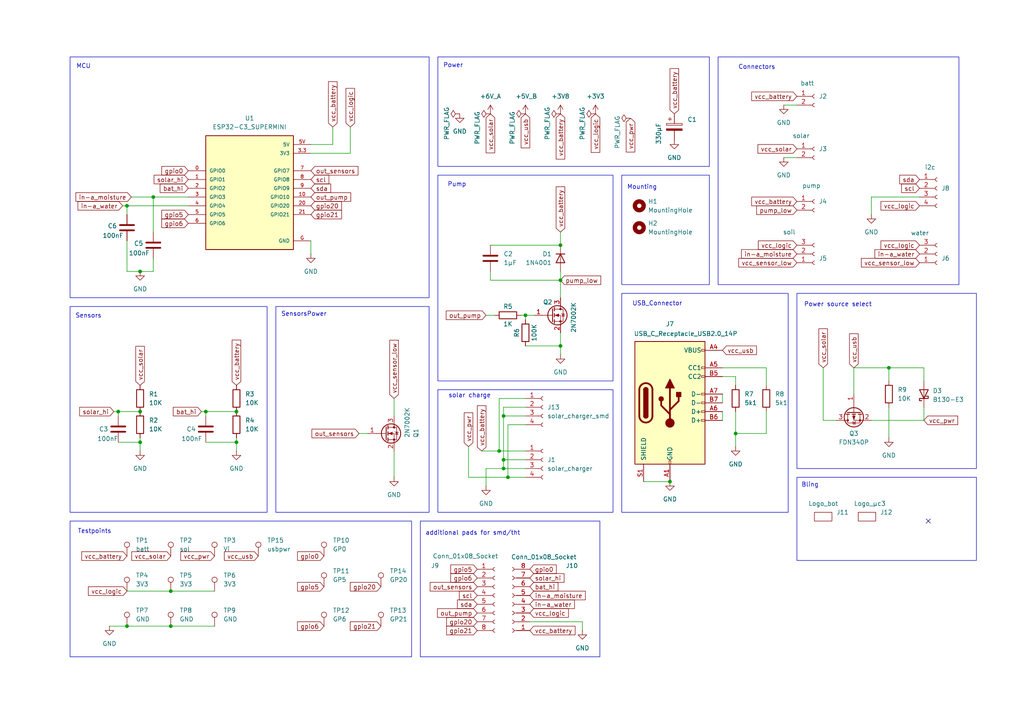
<source format=kicad_sch>
(kicad_sch (version 20231120) (generator "eeschema") (generator_version "8.0")
  (paper "A4")
  (lib_symbols
    (symbol "Connector:Conn_01x02_Socket" (pin_names (offset 1.016) hide)
      (property "Reference" "J" (at 0 2.54 0))
      (property "Value" "Conn_01x02_Socket" (at 0 -5.08 0))
      (symbol "Conn_01x02_Socket_1_1"
        (pin passive line (at -5.08 0 0) (length 3.81) (name "Pin_1") (number "1"))
        (pin passive line (at -5.08 -2.54 0) (length 3.81) (name "Pin_2") (number "2"))
      )
    )
    (symbol "Connector:Conn_01x03_Socket" (pin_names (offset 1.016) hide)
      (property "Reference" "J" (at 0 5.08 0))
      (property "Value" "Conn_01x03_Socket" (at 0 -5.08 0))
      (symbol "Conn_01x03_Socket_1_1"
        (pin passive line (at -5.08 2.54 0) (length 3.81) (name "Pin_1") (number "1"))
        (pin passive line (at -5.08 0 0) (length 3.81) (name "Pin_2") (number "2"))
        (pin passive line (at -5.08 -2.54 0) (length 3.81) (name "Pin_3") (number "3"))
      )
    )
    (symbol "Connector:Conn_01x04_Socket" (pin_names (offset 1.016) hide)
      (property "Reference" "J" (at 0 5.08 0))
      (property "Value" "Conn_01x04_Socket" (at 0 -7.62 0))
      (symbol "Conn_01x04_Socket_1_1"
        (pin passive line (at -5.08 2.54 0) (length 3.81) (name "Pin_1") (number "1"))
        (pin passive line (at -5.08 0 0) (length 3.81) (name "Pin_2") (number "2"))
        (pin passive line (at -5.08 -2.54 0) (length 3.81) (name "Pin_3") (number "3"))
        (pin passive line (at -5.08 -5.08 0) (length 3.81) (name "Pin_4") (number "4"))
      )
    )
    (symbol "Connector:Conn_01x08_Socket" (pin_names (offset 1.016) hide)
      (property "Reference" "J" (at 0 10.16 0))
      (property "Value" "Conn_01x08_Socket" (at 0 -12.7 0))
      (symbol "Conn_01x08_Socket_1_1"
        (pin passive line (at -5.08 7.62 0) (length 3.81) (name "Pin_1") (number "1"))
        (pin passive line (at -5.08 5.08 0) (length 3.81) (name "Pin_2") (number "2"))
        (pin passive line (at -5.08 2.54 0) (length 3.81) (name "Pin_3") (number "3"))
        (pin passive line (at -5.08 0 0) (length 3.81) (name "Pin_4") (number "4"))
        (pin passive line (at -5.08 -2.54 0) (length 3.81) (name "Pin_5") (number "5"))
        (pin passive line (at -5.08 -5.08 0) (length 3.81) (name "Pin_6") (number "6"))
        (pin passive line (at -5.08 -7.62 0) (length 3.81) (name "Pin_7") (number "7"))
        (pin passive line (at -5.08 -10.16 0) (length 3.81) (name "Pin_8") (number "8"))
      )
    )
    (symbol "Connector:TestPoint" (pin_numbers hide) (pin_names (offset 0.762) hide)
      (property "Reference" "TP" (at 0 6.858 0))
      (property "Value" "TestPoint" (at 0 5.08 0))
      (symbol "TestPoint_1_1"
        (pin passive line (at 0 0 90) (length 2.54) (name "1") (number "1"))
      )
    )
    (symbol "Connector:USB_C_Receptacle_USB2.0_14P" (pin_names (offset 1.016))
      (property "Reference" "J" (at 0 22.225 0))
      (property "Value" "USB_C_Receptacle_USB2.0_14P" (at 0 19.685 0))
      (symbol "USB_C_Receptacle_USB2.0_14P_1_1"
        (pin passive line (at 0 -22.86 90) (length 5.08) (name "GND") (number "A1"))
        (pin passive line (at 0 -22.86 90) (length 5.08) hide (name "GND") (number "A12"))
        (pin passive line (at 15.24 15.24 180) (length 5.08) (name "VBUS") (number "A4"))
        (pin bidirectional line (at 15.24 10.16 180) (length 5.08) (name "CC1") (number "A5"))
        (pin bidirectional line (at 15.24 -2.54 180) (length 5.08) (name "D+") (number "A6"))
        (pin bidirectional line (at 15.24 2.54 180) (length 5.08) (name "D-") (number "A7"))
        (pin passive line (at 15.24 15.24 180) (length 5.08) hide (name "VBUS") (number "A9"))
        (pin passive line (at 0 -22.86 90) (length 5.08) hide (name "GND") (number "B1"))
        (pin passive line (at 0 -22.86 90) (length 5.08) hide (name "GND") (number "B12"))
        (pin passive line (at 15.24 15.24 180) (length 5.08) hide (name "VBUS") (number "B4"))
        (pin bidirectional line (at 15.24 7.62 180) (length 5.08) (name "CC2") (number "B5"))
        (pin bidirectional line (at 15.24 -5.08 180) (length 5.08) (name "D+") (number "B6"))
        (pin bidirectional line (at 15.24 0 180) (length 5.08) (name "D-") (number "B7"))
        (pin passive line (at 15.24 15.24 180) (length 5.08) hide (name "VBUS") (number "B9"))
        (pin passive line (at -7.62 -22.86 90) (length 5.08) (name "SHIELD") (number "S1"))
      )
    )
    (symbol "Device:C" (pin_numbers hide) (pin_names (offset 0.254))
      (property "Reference" "C" (at 0.635 2.54 0))
      (property "Value" "C" (at 0.635 -2.54 0))
      (symbol "C_1_1"
        (pin passive line (at 0 3.81 270) (length 2.794) (name "~") (number "1"))
        (pin passive line (at 0 -3.81 90) (length 2.794) (name "~") (number "2"))
      )
    )
    (symbol "Device:C_Polarized" (pin_numbers hide) (pin_names (offset 0.254))
      (property "Reference" "C" (at 0.635 2.54 0))
      (property "Value" "C_Polarized" (at 0.635 -2.54 0))
      (symbol "C_Polarized_1_1"
        (pin passive line (at 0 3.81 270) (length 2.794) (name "~") (number "1"))
        (pin passive line (at 0 -3.81 90) (length 2.794) (name "~") (number "2"))
      )
    )
    (symbol "Device:R" (pin_numbers hide) (pin_names (offset 0))
      (property "Reference" "R" (at 2.032 0 90))
      (property "Value" "R" (at 0 0 90))
      (symbol "R_1_1"
        (pin passive line (at 0 3.81 270) (length 1.27) (name "~") (number "1"))
        (pin passive line (at 0 -3.81 90) (length 1.27) (name "~") (number "2"))
      )
    )
    (symbol "Diode:1N4001" (pin_numbers hide) (pin_names hide)
      (property "Reference" "D" (at 0 2.54 0))
      (property "Value" "1N4001" (at 0 -2.54 0))
      (symbol "1N4001_1_1"
        (pin passive line (at -3.81 0 0) (length 2.54) (name "K") (number "1"))
        (pin passive line (at 3.81 0 180) (length 2.54) (name "A") (number "2"))
      )
    )
    (symbol "Diode:B130-E3" (pin_numbers hide) (pin_names hide)
      (property "Reference" "D" (at 0 2.54 0))
      (property "Value" "B130-E3" (at 0 -2.54 0))
      (symbol "B130-E3_1_1"
        (pin passive line (at -3.81 0 0) (length 2.54) (name "K") (number "1"))
        (pin passive line (at 3.81 0 180) (length 2.54) (name "A") (number "2"))
      )
    )
    (symbol "Mechanical:MountingHole" (pin_names (offset 1.016)) (exclude_from_sim yes) (in_bom no)
      (property "Reference" "H" (at 0 5.08 0))
      (property "Value" "MountingHole" (at 0 3.175 0))
    )
    (symbol "Transistor_FET:2N7002E" (pin_names hide)
      (property "Reference" "Q" (at 5.08 1.905 0))
      (property "Value" "2N7002E" (at 5.08 0 0))
      (symbol "2N7002E_1_1"
        (pin input line (at -5.08 0 0) (length 2.54) (name "G") (number "1"))
        (pin passive line (at 2.54 -5.08 90) (length 2.54) (name "S") (number "2"))
        (pin passive line (at 2.54 5.08 270) (length 2.54) (name "D") (number "3"))
      )
    )
    (symbol "Transistor_FET:FDN340P" (pin_names hide)
      (property "Reference" "Q" (at 5.08 1.905 0))
      (property "Value" "FDN340P" (at 5.08 0 0))
      (symbol "FDN340P_1_1"
        (pin input line (at -5.08 0 0) (length 2.54) (name "G") (number "1"))
        (pin passive line (at 2.54 -5.08 90) (length 2.54) (name "S") (number "2"))
        (pin passive line (at 2.54 5.08 270) (length 2.54) (name "D") (number "3"))
      )
    )
    (symbol "esp32c3_supermini:ESP32-C3_SUPERMINI" (pin_names (offset 1.016))
      (property "Reference" "U" (at -12.7 16.002 0))
      (property "Value" "ESP32-C3_SUPERMINI" (at -12.7 -20.32 0))
      (symbol "ESP32-C3_SUPERMINI_0_0"
        (pin bidirectional line (at -17.78 5.08 0) (length 5.08) (name "GPIO0") (number "0"))
        (pin bidirectional line (at -17.78 2.54 0) (length 5.08) (name "GPIO1") (number "1"))
        (pin bidirectional line (at 17.78 -2.54 180) (length 5.08) (name "GPIO10") (number "10"))
        (pin bidirectional line (at -17.78 0 0) (length 5.08) (name "GPIO2") (number "2"))
        (pin bidirectional line (at 17.78 -5.08 180) (length 5.08) (name "GPIO20") (number "20"))
        (pin bidirectional line (at 17.78 -7.62 180) (length 5.08) (name "GPIO21") (number "21"))
        (pin bidirectional line (at -17.78 -2.54 0) (length 5.08) (name "GPIO3") (number "3"))
        (pin power_in line (at 17.78 10.16 180) (length 5.08) (name "3V3") (number "3.3"))
        (pin bidirectional line (at -17.78 -5.08 0) (length 5.08) (name "GPIO4") (number "4"))
        (pin bidirectional line (at -17.78 -7.62 0) (length 5.08) (name "GPIO5") (number "5"))
        (pin power_in line (at 17.78 12.7 180) (length 5.08) (name "5V") (number "5V"))
        (pin bidirectional line (at -17.78 -10.16 0) (length 5.08) (name "GPIO6") (number "6"))
        (pin bidirectional line (at 17.78 5.08 180) (length 5.08) (name "GPIO7") (number "7"))
        (pin bidirectional line (at 17.78 2.54 180) (length 5.08) (name "GPIO8") (number "8"))
        (pin bidirectional line (at 17.78 0 180) (length 5.08) (name "GPIO9") (number "9"))
        (pin power_in line (at 17.78 -15.24 180) (length 5.08) (name "GND") (number "G"))
      )
    )
    (symbol "logos:logo"
      (property "Reference" "LOGO" (at 0 0 0))
    )
    (symbol "power:+3V3" (power) (pin_numbers hide) (pin_names (offset 0) hide)
      (property "Value" "+3V3" (at 0 3.556 0))
      (symbol "+3V3_1_1"
        (pin power_in line (at 0 0 90) (length 0) (name "~") (number "1"))
      )
    )
    (symbol "power:+3V8" (power) (pin_numbers hide) (pin_names (offset 0) hide)
      (property "Value" "+3V8" (at 0 3.556 0))
      (symbol "+3V8_1_1"
        (pin power_in line (at 0 0 90) (length 0) (name "~") (number "1"))
      )
    )
    (symbol "power:+5V" (power) (pin_numbers hide) (pin_names (offset 0) hide)
      (property "Value" "+5V" (at 0 3.556 0))
      (symbol "+5V_1_1"
        (pin power_in line (at 0 0 90) (length 0) (name "~") (number "1"))
      )
    )
    (symbol "power:GND" (power) (pin_numbers hide) (pin_names (offset 0) hide)
      (property "Value" "GND" (at 0 -3.81 0))
      (symbol "GND_1_1"
        (pin power_in line (at 0 0 270) (length 0) (name "~") (number "1"))
      )
    )
    (symbol "power:PWR_FLAG" (power) (pin_numbers hide) (pin_names (offset 0) hide)
      (property "Value" "PWR_FLAG" (at 0 3.81 0))
      (symbol "PWR_FLAG_0_0"
        (pin power_out line (at 0 0 90) (length 0) (name "~") (number "1"))
      )
    )
  )
  (junction (at 49.53 181.61))
  (junction (at 162.56 81.28))
  (junction (at 146.05 120.65))
  (junction (at 162.56 71.12))
  (junction (at 162.56 100.33))
  (junction (at 194.31 139.7))
  (junction (at 257.81 106.68))
  (junction (at 34.29 119.38))
  (junction (at 146.05 135.89))
  (junction (at 147.32 138.43))
  (junction (at 68.58 128.27))
  (junction (at 44.45 57.15))
  (junction (at 36.83 181.61))
  (junction (at 49.53 171.45))
  (junction (at 213.36 125.73))
  (junction (at 40.64 128.27))
  (junction (at 59.69 119.38))
  (junction (at 40.64 119.38))
  (junction (at 40.64 78.74))
  (junction (at 144.78 130.81))
  (junction (at 146.05 133.35))
  (junction (at 36.83 59.69))
  (junction (at 152.4 91.44))
  (junction (at 68.58 119.38))
  (no_connect (at 269.24 151.13))
  (wire (pts (xy 31.75 181.61) (xy 36.83 181.61)))
  (wire (pts (xy 168.91 180.34) (xy 153.67 180.34)))
  (wire (pts (xy 209.55 119.38) (xy 209.55 121.92)))
  (wire (pts (xy 209.55 106.68) (xy 222.25 106.68)))
  (wire (pts (xy 44.45 78.74) (xy 40.64 78.74)))
  (wire (pts (xy 257.81 106.68) (xy 257.81 110.49)))
  (wire (pts (xy 36.83 59.69) (xy 54.61 59.69)))
  (wire (pts (xy 147.32 138.43) (xy 152.4 138.43)))
  (wire (pts (xy 44.45 57.15) (xy 54.61 57.15)))
  (wire (pts (xy 34.29 119.38) (xy 34.29 120.65)))
  (wire (pts (xy 252.73 121.92) (xy 267.97 121.92)))
  (wire (pts (xy 213.36 125.73) (xy 213.36 129.54)))
  (wire (pts (xy 96.52 41.91) (xy 90.17 41.91)))
  (wire (pts (xy 146.05 118.11) (xy 146.05 120.65)))
  (wire (pts (xy 59.69 119.38) (xy 58.42 119.38)))
  (wire (pts (xy 114.3 130.81) (xy 114.3 138.43)))
  (wire (pts (xy 34.29 119.38) (xy 33.02 119.38)))
  (wire (pts (xy 162.56 78.74) (xy 162.56 81.28)))
  (wire (pts (xy 68.58 119.38) (xy 59.69 119.38)))
  (wire (pts (xy 146.05 133.35) (xy 146.05 135.89)))
  (wire (pts (xy 252.73 62.23) (xy 252.73 57.15)))
  (wire (pts (xy 152.4 120.65) (xy 146.05 120.65)))
  (wire (pts (xy 162.56 81.28) (xy 142.24 81.28)))
  (wire (pts (xy 252.73 57.15) (xy 266.7 57.15)))
  (wire (pts (xy 162.56 96.52) (xy 162.56 100.33)))
  (wire (pts (xy 146.05 133.35) (xy 152.4 133.35)))
  (wire (pts (xy 257.81 106.68) (xy 247.65 106.68)))
  (wire (pts (xy 135.89 129.54) (xy 135.89 138.43)))
  (wire (pts (xy 186.69 139.7) (xy 194.31 139.7)))
  (wire (pts (xy 162.56 81.28) (xy 162.56 86.36)))
  (wire (pts (xy 40.64 78.74) (xy 36.83 78.74)))
  (wire (pts (xy 40.64 119.38) (xy 34.29 119.38)))
  (wire (pts (xy 152.4 115.57) (xy 144.78 115.57)))
  (wire (pts (xy 68.58 130.81) (xy 68.58 128.27)))
  (wire (pts (xy 213.36 109.22) (xy 209.55 109.22)))
  (wire (pts (xy 68.58 128.27) (xy 68.58 127)))
  (wire (pts (xy 90.17 69.85) (xy 90.17 73.66)))
  (wire (pts (xy 238.76 106.68) (xy 238.76 121.92)))
  (wire (pts (xy 36.83 171.45) (xy 49.53 171.45)))
  (wire (pts (xy 140.97 91.44) (xy 143.51 91.44)))
  (wire (pts (xy 140.97 135.89) (xy 146.05 135.89)))
  (wire (pts (xy 168.91 182.88) (xy 168.91 180.34)))
  (wire (pts (xy 38.1 57.15) (xy 44.45 57.15)))
  (wire (pts (xy 49.53 181.61) (xy 62.23 181.61)))
  (wire (pts (xy 59.69 119.38) (xy 59.69 120.65)))
  (wire (pts (xy 147.32 123.19) (xy 147.32 138.43)))
  (wire (pts (xy 59.69 128.27) (xy 68.58 128.27)))
  (wire (pts (xy 36.83 78.74) (xy 36.83 69.85)))
  (wire (pts (xy 151.13 91.44) (xy 152.4 91.44)))
  (wire (pts (xy 152.4 100.33) (xy 162.56 100.33)))
  (wire (pts (xy 267.97 106.68) (xy 267.97 110.49)))
  (wire (pts (xy 114.3 115.57) (xy 114.3 120.65)))
  (wire (pts (xy 135.89 138.43) (xy 147.32 138.43)))
  (wire (pts (xy 152.4 130.81) (xy 144.78 130.81)))
  (wire (pts (xy 222.25 119.38) (xy 222.25 125.73)))
  (wire (pts (xy 213.36 119.38) (xy 213.36 125.73)))
  (wire (pts (xy 104.14 125.73) (xy 106.68 125.73)))
  (wire (pts (xy 140.97 140.97) (xy 140.97 135.89)))
  (wire (pts (xy 40.64 130.81) (xy 40.64 128.27)))
  (wire (pts (xy 227.33 30.48) (xy 231.14 30.48)))
  (wire (pts (xy 152.4 91.44) (xy 152.4 92.71)))
  (wire (pts (xy 222.25 106.68) (xy 222.25 111.76)))
  (wire (pts (xy 152.4 123.19) (xy 147.32 123.19)))
  (wire (pts (xy 227.33 45.72) (xy 231.14 45.72)))
  (wire (pts (xy 40.64 128.27) (xy 40.64 127)))
  (wire (pts (xy 146.05 120.65) (xy 146.05 133.35)))
  (wire (pts (xy 257.81 106.68) (xy 267.97 106.68)))
  (wire (pts (xy 49.53 171.45) (xy 62.23 171.45)))
  (wire (pts (xy 267.97 118.11) (xy 267.97 121.92)))
  (wire (pts (xy 34.29 128.27) (xy 40.64 128.27)))
  (wire (pts (xy 152.4 91.44) (xy 154.94 91.44)))
  (wire (pts (xy 162.56 67.31) (xy 162.56 71.12)))
  (wire (pts (xy 144.78 130.81) (xy 139.7 130.81)))
  (wire (pts (xy 162.56 100.33) (xy 162.56 102.87)))
  (wire (pts (xy 36.83 59.69) (xy 36.83 62.23)))
  (wire (pts (xy 35.56 59.69) (xy 36.83 59.69)))
  (wire (pts (xy 36.83 181.61) (xy 49.53 181.61)))
  (wire (pts (xy 213.36 111.76) (xy 213.36 109.22)))
  (wire (pts (xy 96.52 36.83) (xy 96.52 41.91)))
  (wire (pts (xy 142.24 81.28) (xy 142.24 78.74)))
  (wire (pts (xy 44.45 74.93) (xy 44.45 78.74)))
  (wire (pts (xy 238.76 121.92) (xy 242.57 121.92)))
  (wire (pts (xy 144.78 115.57) (xy 144.78 130.81)))
  (wire (pts (xy 101.6 44.45) (xy 90.17 44.45)))
  (wire (pts (xy 209.55 114.3) (xy 209.55 116.84)))
  (wire (pts (xy 152.4 118.11) (xy 146.05 118.11)))
  (wire (pts (xy 257.81 118.11) (xy 257.81 127)))
  (wire (pts (xy 44.45 57.15) (xy 44.45 67.31)))
  (wire (pts (xy 247.65 106.68) (xy 247.65 114.3)))
  (wire (pts (xy 146.05 135.89) (xy 152.4 135.89)))
  (wire (pts (xy 142.24 71.12) (xy 162.56 71.12)))
  (wire (pts (xy 222.25 125.73) (xy 213.36 125.73)))
  (wire (pts (xy 101.6 36.83) (xy 101.6 44.45)))
  (rectangle (start 80.01 88.9) (end 124.46 148.59))
  (rectangle (start 20.32 16.51) (end 124.46 86.36))
  (rectangle (start 20.32 151.13) (end 119.38 190.5))
  (rectangle (start 231.14 138.43) (end 283.21 162.56))
  (rectangle (start 208.28 16.51) (end 278.13 82.55))
  (rectangle (start 180.34 85.09) (end 228.6 148.59))
  (rectangle (start 231.14 85.09) (end 283.21 135.89))
  (rectangle (start 127 16.51) (end 205.74 48.26))
  (rectangle (start 127 113.03) (end 177.8 148.59))
  (rectangle (start 121.92 151.13) (end 173.99 190.5))
  (rectangle (start 20.32 88.9) (end 77.47 148.59))
  (rectangle (start 180.34 50.8) (end 205.74 82.55))
  (rectangle (start 127 50.8) (end 177.8 110.49))
  (text "Power source select" (at 233.172 88.392 0) (effects (font (size 1.27 1.27)) (justify left)))
  (text "Bling" (at 234.95 140.716 0) (effects (font (size 1.27 1.27))))
  (text "Mounting" (at 181.864 54.356 0) (effects (font (size 1.27 1.27)) (justify left)))
  (text "MCU" (at 22.098 19.304 0) (effects (font (size 1.27 1.27)) (justify left)))
  (text "SensorsPower" (at 81.534 91.186 0) (effects (font (size 1.27 1.27)) (justify left)))
  (text "Connectors" (at 214.122 19.558 0) (effects (font (size 1.27 1.27)) (justify left)))
  (text "USB_Connector" (at 183.388 88.138 0) (effects (font (size 1.27 1.27)) (justify left)))
  (text "solar charge" (at 130.048 114.808 0) (effects (font (size 1.27 1.27)) (justify left)))
  (text "Testpoints" (at 27.432 154.178 0) (effects (font (size 1.27 1.27))))
  (text "Pump" (at 129.794 53.594 0) (effects (font (size 1.27 1.27)) (justify left)))
  (text "Power" (at 128.524 19.05 0) (effects (font (size 1.27 1.27)) (justify left)))
  (text "additional pads for smd/tht" (at 137.16 154.686 0) (effects (font (size 1.27 1.27))))
  (text "Sensors" (at 21.844 91.694 0) (effects (font (size 1.27 1.27)) (justify left)))
  (global_label "vcc_pwr" (shape input) (at 267.97 121.92 0) (property "Intersheetrefs" "${INTERSHEET_REFS}" (effects (hide yes))))
  (global_label "vcc_logic" (shape input) (at 231.14 71.12 180) (property "Intersheetrefs" "${INTERSHEET_REFS}" (effects (hide yes))))
  (global_label "gpio5" (shape input) (at 54.61 62.23 180) (property "Intersheetrefs" "${INTERSHEET_REFS}" (effects (hide yes))))
  (global_label "out_pump" (shape input) (at 140.97 91.44 180) (property "Intersheetrefs" "${INTERSHEET_REFS}" (effects (hide yes))))
  (global_label "bat_hi" (shape input) (at 54.61 54.61 180) (property "Intersheetrefs" "${INTERSHEET_REFS}" (effects (hide yes))))
  (global_label "scl" (shape input) (at 90.17 52.07 0) (property "Intersheetrefs" "${INTERSHEET_REFS}" (effects (hide yes))))
  (global_label "gpio6" (shape input) (at 93.98 181.61 180) (property "Intersheetrefs" "${INTERSHEET_REFS}" (effects (hide yes))))
  (global_label "gpio20" (shape input) (at 110.49 170.18 180) (property "Intersheetrefs" "${INTERSHEET_REFS}" (effects (hide yes))))
  (global_label "gpio21" (shape input) (at 110.49 181.61 180) (property "Intersheetrefs" "${INTERSHEET_REFS}" (effects (hide yes))))
  (global_label "vcc_logic" (shape input) (at 266.7 59.69 180) (property "Intersheetrefs" "${INTERSHEET_REFS}" (effects (hide yes))))
  (global_label "gpio6" (shape input) (at 54.61 64.77 180) (property "Intersheetrefs" "${INTERSHEET_REFS}" (effects (hide yes))))
  (global_label "bat_hi" (shape input) (at 58.42 119.38 180) (property "Intersheetrefs" "${INTERSHEET_REFS}" (effects (hide yes))))
  (global_label "gpio0" (shape input) (at 54.61 49.53 180) (property "Intersheetrefs" "${INTERSHEET_REFS}" (effects (hide yes))))
  (global_label "vcc_battery" (shape input) (at 68.58 111.76 90) (property "Intersheetrefs" "${INTERSHEET_REFS}" (effects (hide yes))))
  (global_label "in-a_water" (shape input) (at 266.7 73.66 180) (property "Intersheetrefs" "${INTERSHEET_REFS}" (effects (hide yes))))
  (global_label "scl" (shape input) (at 266.7 54.61 180) (property "Intersheetrefs" "${INTERSHEET_REFS}" (effects (hide yes))))
  (global_label "in-a_water" (shape input) (at 35.56 59.69 180) (property "Intersheetrefs" "${INTERSHEET_REFS}" (effects (hide yes))))
  (global_label "vcc_logic" (shape input) (at 101.6 36.83 90) (property "Intersheetrefs" "${INTERSHEET_REFS}" (effects (hide yes))))
  (global_label "vcc_logic" (shape input) (at 266.7 71.12 180) (property "Intersheetrefs" "${INTERSHEET_REFS}" (effects (hide yes))))
  (global_label "in-a_water" (shape input) (at 153.67 175.26 0) (property "Intersheetrefs" "${INTERSHEET_REFS}" (effects (hide yes))))
  (global_label "vcc_logic" (shape input) (at 153.67 177.8 0) (property "Intersheetrefs" "${INTERSHEET_REFS}" (effects (hide yes))))
  (global_label "out_sensors" (shape input) (at 104.14 125.73 180) (property "Intersheetrefs" "${INTERSHEET_REFS}" (effects (hide yes))))
  (global_label "vcc_usb" (shape input) (at 247.65 106.68 90) (property "Intersheetrefs" "${INTERSHEET_REFS}" (effects (hide yes))))
  (global_label "solar_hi" (shape input) (at 33.02 119.38 180) (property "Intersheetrefs" "${INTERSHEET_REFS}" (effects (hide yes))))
  (global_label "vcc_logic" (shape input) (at 36.83 171.45 180) (property "Intersheetrefs" "${INTERSHEET_REFS}" (effects (hide yes))))
  (global_label "vcc_usb" (shape input) (at 152.4 33.02 270) (property "Intersheetrefs" "${INTERSHEET_REFS}" (effects (hide yes))))
  (global_label "out_sensors" (shape input) (at 90.17 49.53 0) (property "Intersheetrefs" "${INTERSHEET_REFS}" (effects (hide yes))))
  (global_label "solar_hi" (shape input) (at 153.67 167.64 0) (property "Intersheetrefs" "${INTERSHEET_REFS}" (effects (hide yes))))
  (global_label "vcc_battery" (shape input) (at 162.56 67.31 90) (property "Intersheetrefs" "${INTERSHEET_REFS}" (effects (hide yes))))
  (global_label "sda" (shape input) (at 90.17 54.61 0) (property "Intersheetrefs" "${INTERSHEET_REFS}" (effects (hide yes))))
  (global_label "out_sensors" (shape input) (at 138.43 170.18 180) (property "Intersheetrefs" "${INTERSHEET_REFS}" (effects (hide yes))))
  (global_label "vcc_solar" (shape input) (at 231.14 43.18 180) (property "Intersheetrefs" "${INTERSHEET_REFS}" (effects (hide yes))))
  (global_label "vcc_usb" (shape input) (at 74.93 161.29 180) (property "Intersheetrefs" "${INTERSHEET_REFS}" (effects (hide yes))))
  (global_label "gpio21" (shape input) (at 138.43 182.88 180) (property "Intersheetrefs" "${INTERSHEET_REFS}" (effects (hide yes))))
  (global_label "vcc_pwr" (shape input) (at 135.89 129.54 90) (property "Intersheetrefs" "${INTERSHEET_REFS}" (effects (hide yes))))
  (global_label "gpio5" (shape input) (at 93.98 170.18 180) (property "Intersheetrefs" "${INTERSHEET_REFS}" (effects (hide yes))))
  (global_label "vcc_battery" (shape input) (at 195.58 33.02 90) (property "Intersheetrefs" "${INTERSHEET_REFS}" (effects (hide yes))))
  (global_label "scl" (shape input) (at 138.43 172.72 180) (property "Intersheetrefs" "${INTERSHEET_REFS}" (effects (hide yes))))
  (global_label "gpio5" (shape input) (at 138.43 165.1 180) (property "Intersheetrefs" "${INTERSHEET_REFS}" (effects (hide yes))))
  (global_label "sda" (shape input) (at 266.7 52.07 180) (property "Intersheetrefs" "${INTERSHEET_REFS}" (effects (hide yes))))
  (global_label "in-a_moisture" (shape input) (at 38.1 57.15 180) (property "Intersheetrefs" "${INTERSHEET_REFS}" (effects (hide yes))))
  (global_label "gpio20" (shape input) (at 90.17 59.69 0) (property "Intersheetrefs" "${INTERSHEET_REFS}" (effects (hide yes))))
  (global_label "vcc_battery" (shape input) (at 139.7 130.81 90) (property "Intersheetrefs" "${INTERSHEET_REFS}" (effects (hide yes))))
  (global_label "solar_hi" (shape input) (at 54.61 52.07 180) (property "Intersheetrefs" "${INTERSHEET_REFS}" (effects (hide yes))))
  (global_label "vcc_sensor_low" (shape input) (at 114.3 115.57 90) (property "Intersheetrefs" "${INTERSHEET_REFS}" (effects (hide yes))))
  (global_label "gpio0" (shape input) (at 153.67 165.1 0) (property "Intersheetrefs" "${INTERSHEET_REFS}" (effects (hide yes))))
  (global_label "vcc_usb" (shape input) (at 209.55 101.6 0) (property "Intersheetrefs" "${INTERSHEET_REFS}" (effects (hide yes))))
  (global_label "bat_hi" (shape input) (at 153.67 170.18 0) (property "Intersheetrefs" "${INTERSHEET_REFS}" (effects (hide yes))))
  (global_label "vcc_solar" (shape input) (at 49.53 161.29 180) (property "Intersheetrefs" "${INTERSHEET_REFS}" (effects (hide yes))))
  (global_label "gpio20" (shape input) (at 138.43 180.34 180) (property "Intersheetrefs" "${INTERSHEET_REFS}" (effects (hide yes))))
  (global_label "gpio6" (shape input) (at 138.43 167.64 180) (property "Intersheetrefs" "${INTERSHEET_REFS}" (effects (hide yes))))
  (global_label "vcc_battery" (shape input) (at 96.52 36.83 90) (property "Intersheetrefs" "${INTERSHEET_REFS}" (effects (hide yes))))
  (global_label "vcc_sensor_low" (shape input) (at 266.7 76.2 180) (property "Intersheetrefs" "${INTERSHEET_REFS}" (effects (hide yes))))
  (global_label "vcc_pwr" (shape input) (at 62.23 161.29 180) (property "Intersheetrefs" "${INTERSHEET_REFS}" (effects (hide yes))))
  (global_label "out_pump" (shape input) (at 90.17 57.15 0) (property "Intersheetrefs" "${INTERSHEET_REFS}" (effects (hide yes))))
  (global_label "vcc_sensor_low" (shape input) (at 231.14 76.2 180) (property "Intersheetrefs" "${INTERSHEET_REFS}" (effects (hide yes))))
  (global_label "pump_low" (shape input) (at 231.14 60.96 180) (property "Intersheetrefs" "${INTERSHEET_REFS}" (effects (hide yes))))
  (global_label "vcc_battery" (shape input) (at 231.14 27.94 180) (property "Intersheetrefs" "${INTERSHEET_REFS}" (effects (hide yes))))
  (global_label "gpio21" (shape input) (at 90.17 62.23 0) (property "Intersheetrefs" "${INTERSHEET_REFS}" (effects (hide yes))))
  (global_label "gpio0" (shape input) (at 93.98 161.29 180) (property "Intersheetrefs" "${INTERSHEET_REFS}" (effects (hide yes))))
  (global_label "vcc_battery" (shape input) (at 231.14 58.42 180) (property "Intersheetrefs" "${INTERSHEET_REFS}" (effects (hide yes))))
  (global_label "vcc_solar" (shape input) (at 238.76 106.68 90) (property "Intersheetrefs" "${INTERSHEET_REFS}" (effects (hide yes))))
  (global_label "vcc_battery" (shape input) (at 36.83 161.29 180) (property "Intersheetrefs" "${INTERSHEET_REFS}" (effects (hide yes))))
  (global_label "vcc_battery" (shape input) (at 153.67 182.88 0) (property "Intersheetrefs" "${INTERSHEET_REFS}" (effects (hide yes))))
  (global_label "in-a_moisture" (shape input) (at 153.67 172.72 0) (property "Intersheetrefs" "${INTERSHEET_REFS}" (effects (hide yes))))
  (global_label "vcc_battery" (shape input) (at 162.56 33.02 270) (property "Intersheetrefs" "${INTERSHEET_REFS}" (effects (hide yes))))
  (global_label "vcc_solar" (shape input) (at 40.64 111.76 90) (property "Intersheetrefs" "${INTERSHEET_REFS}" (effects (hide yes))))
  (global_label "pump_low" (shape input) (at 162.56 81.28 0) (property "Intersheetrefs" "${INTERSHEET_REFS}" (effects (hide yes))))
  (global_label "in-a_moisture" (shape input) (at 231.14 73.66 180) (property "Intersheetrefs" "${INTERSHEET_REFS}" (effects (hide yes))))
  (global_label "vcc_logic" (shape input) (at 172.72 33.02 270) (property "Intersheetrefs" "${INTERSHEET_REFS}" (effects (hide yes))))
  (global_label "vcc_pwr" (shape input) (at 182.88 34.29 270) (property "Intersheetrefs" "${INTERSHEET_REFS}" (effects (hide yes))))
  (global_label "vcc_solar" (shape input) (at 142.24 33.02 270) (property "Intersheetrefs" "${INTERSHEET_REFS}" (effects (hide yes))))
  (global_label "out_pump" (shape input) (at 138.43 177.8 180) (property "Intersheetrefs" "${INTERSHEET_REFS}" (effects (hide yes))))
  (global_label "sda" (shape input) (at 138.43 175.26 180) (property "Intersheetrefs" "${INTERSHEET_REFS}" (effects (hide yes))))
  (symbol (lib_id "Connector:Conn_01x03_Socket") (at 236.22 73.66 0) (mirror x) (unit 1)
    (property "Reference" "J5" (at 237.49 74.9301 0) (effects (justify left)))
    (property "Value" "soil" (at 227.076 67.31 0) (effects (justify left)))
    (property "Footprint" "Connector_JST:JST_PH_S3B-PH-K_1x03_P2.00mm_Horizontal" (effects (hide yes)))
    (property "Description" "Generic connector, single row, 01x03, script generated" (effects (hide yes)))
  )
  (symbol (lib_id "Connector:TestPoint") (at 93.98 181.61 0) (unit 1)
    (property "Reference" "TP12" (at 96.52 177.0379 0) (effects (justify left)))
    (property "Value" "GP6" (at 96.52 179.5779 0) (effects (justify left)))
    (property "Footprint" "TestPoint:TestPoint_Pad_D2.0mm" (effects (hide yes)))
    (property "Description" "test point" (effects (hide yes)))
  )
  (symbol (lib_id "Transistor_FET:2N7002E") (at 160.02 91.44 0) (unit 1)
    (property "Reference" "Q2" (at 157.48 87.63 0) (effects (justify left)))
    (property "Value" "2N7002K" (at 166.37 96.52 90) (effects (justify left)))
    (property "Footprint" "Package_TO_SOT_SMD:SOT-23" (effects (hide yes)))
    (property "Datasheet" "http://www.diodes.com/assets/Datasheets/ds30376.pdf" (effects (hide yes)))
    (property "Description" "0.24A Id, 60V Vds, N-Channel MOSFET, SOT-23" (effects (hide yes)))
  )
  (symbol (lib_id "Connector:TestPoint") (at 36.83 181.61 0) (unit 1)
    (property "Reference" "TP7" (at 39.37 177.0379 0) (effects (justify left)))
    (property "Value" "GND" (at 39.37 179.5779 0) (effects (justify left)))
    (property "Footprint" "TestPoint:TestPoint_Pad_2.0x2.0mm" (effects (hide yes)))
    (property "Description" "test point" (effects (hide yes)))
  )
  (symbol (lib_id "power:GND") (at 227.33 30.48 0) (unit 1)
    (property "Reference" "#PWR012" (effects (hide yes)))
    (property "Value" "GND" (at 227.33 35.56 0))
    (property "Description" "Power symbol creates a global label with name \"GND\" , ground" (effects (hide yes)))
  )
  (symbol (lib_id "Connector:TestPoint") (at 36.83 171.45 0) (unit 1)
    (property "Reference" "TP4" (at 39.37 166.8779 0) (effects (justify left)))
    (property "Value" "3V3" (at 39.37 169.4179 0) (effects (justify left)))
    (property "Footprint" "TestPoint:TestPoint_Pad_D2.0mm" (effects (hide yes)))
    (property "Description" "test point" (effects (hide yes)))
  )
  (symbol (lib_id "Device:R") (at 152.4 96.52 180) (unit 1)
    (property "Reference" "R6" (at 149.86 96.52 90))
    (property "Value" "100K" (at 154.94 96.52 90))
    (property "Footprint" "Resistor_SMD:R_0603_1608Metric_Pad0.98x0.95mm_HandSolder" (effects (hide yes)))
    (property "Description" "Resistor" (effects (hide yes)))
  )
  (symbol (lib_id "power:GND") (at 140.97 140.97 0) (unit 1)
    (property "Reference" "#PWR07" (effects (hide yes)))
    (property "Value" "GND" (at 140.97 146.05 0))
    (property "Description" "Power symbol creates a global label with name \"GND\" , ground" (effects (hide yes)))
  )
  (symbol (lib_id "power:+3V3") (at 172.72 33.02 0) (unit 1)
    (property "Reference" "#PWR011" (effects (hide yes)))
    (property "Value" "+3V3" (at 172.72 27.94 0))
    (property "Description" "Power symbol creates a global label with name \"+3V3\"" (effects (hide yes)))
  )
  (symbol (lib_id "Connector:Conn_01x08_Socket") (at 143.51 172.72 0) (unit 1)
    (property "Reference" "J9" (at 124.968 164.084 0) (effects (justify left)))
    (property "Value" "Conn_01x08_Socket" (at 125.476 161.29 0) (effects (justify left)))
    (property "Footprint" "Connector_PinSocket_2.54mm:PinSocket_1x08_P2.54mm_Vertical_SMD_Pin1Left" (effects (hide yes)))
    (property "Description" "Generic connector, single row, 01x08, script generated" (effects (hide yes)))
  )
  (symbol (lib_id "power:GND") (at 31.75 181.61 0) (unit 1)
    (property "Reference" "#PWR018" (effects (hide yes)))
    (property "Value" "GND" (at 31.75 186.69 0))
    (property "Description" "Power symbol creates a global label with name \"GND\" , ground" (effects (hide yes)))
  )
  (symbol (lib_id "Diode:1N4001") (at 162.56 74.93 90) (mirror x) (unit 1)
    (property "Reference" "D1" (at 160.02 73.6599 90) (effects (justify left)))
    (property "Value" "1N4001" (at 160.02 76.1999 90) (effects (justify left)))
    (property "Footprint" "Diode_SMD:D_SMA-SMB_Universal_Handsoldering" (effects (hide yes)))
    (property "Datasheet" "http://www.vishay.com/docs/88503/1n4001.pdf" (effects (hide yes)))
    (property "Description" "50V 1A General Purpose Rectifier Diode, DO-41" (effects (hide yes)))
    (property "Sim.Device" "D" (effects (hide yes)))
    (property "Sim.Pins" "1=K 2=A" (effects (hide yes)))
  )
  (symbol (lib_id "Connector:TestPoint") (at 93.98 170.18 0) (unit 1)
    (property "Reference" "TP11" (at 96.52 165.6079 0) (effects (justify left)))
    (property "Value" "GP5" (at 96.52 168.1479 0) (effects (justify left)))
    (property "Footprint" "TestPoint:TestPoint_Pad_D2.0mm" (effects (hide yes)))
    (property "Description" "test point" (effects (hide yes)))
  )
  (symbol (lib_id "power:PWR_FLAG") (at 133.35 33.02 90) (unit 1)
    (property "Reference" "#FLG01" (effects (hide yes)))
    (property "Value" "PWR_FLAG" (at 129.54 40.64 0) (effects (justify left)))
    (property "Description" "Special symbol for telling ERC where power comes from" (effects (hide yes)))
  )
  (symbol (lib_id "power:GND") (at 168.91 182.88 0) (unit 1)
    (property "Reference" "#PWR020" (effects (hide yes)))
    (property "Value" "GND" (at 168.91 187.96 0))
    (property "Description" "Power symbol creates a global label with name \"GND\" , ground" (effects (hide yes)))
  )
  (symbol (lib_id "power:GND") (at 90.17 73.66 0) (unit 1)
    (property "Reference" "#PWR03" (effects (hide yes)))
    (property "Value" "GND" (at 90.17 78.74 0))
    (property "Description" "Power symbol creates a global label with name \"GND\" , ground" (effects (hide yes)))
  )
  (symbol (lib_id "Device:C_Polarized") (at 195.58 36.83 0) (unit 1)
    (property "Reference" "C1" (at 199.39 34.6709 0) (effects (justify left)))
    (property "Value" "330µF" (at 191.008 41.91 90) (effects (justify left)))
    (property "Footprint" "Capacitor_THT:CP_Radial_D8.0mm_P3.80mm" (effects (hide yes)))
    (property "Description" "Polarized capacitor" (effects (hide yes)))
  )
  (symbol (lib_id "Connector:TestPoint") (at 62.23 161.29 0) (unit 1)
    (property "Reference" "TP3" (at 64.77 156.7179 0) (effects (justify left)))
    (property "Value" "Vi" (at 64.77 159.2579 0) (effects (justify left)))
    (property "Footprint" "TestPoint:TestPoint_Pad_D2.0mm" (effects (hide yes)))
    (property "Description" "test point" (effects (hide yes)))
  )
  (symbol (lib_id "logos:logo") (at 238.76 149.86 0) (unit 1)
    (property "Reference" "J11" (at 242.57 148.5899 0) (effects (justify left)))
    (property "Value" "Logo_bot" (at 234.442 146.05 0) (effects (justify left)))
    (property "Footprint" "my_footprints:logo_solardrip" (effects (hide yes)))
    (property "Description" "Generic connector, single row, 01x01, script generated" (effects (hide yes)))
  )
  (symbol (lib_id "power:PWR_FLAG") (at 152.4 33.02 90) (unit 1)
    (property "Reference" "#FLG03" (effects (hide yes)))
    (property "Value" "PWR_FLAG" (at 148.59 41.91 0) (effects (justify left)))
    (property "Description" "Special symbol for telling ERC where power comes from" (effects (hide yes)))
  )
  (symbol (lib_id "Device:R") (at 257.81 114.3 0) (unit 1)
    (property "Reference" "R9" (at 260.35 113.0299 0) (effects (justify left)))
    (property "Value" "10K" (at 260.35 115.5699 0) (effects (justify left)))
    (property "Footprint" "Resistor_SMD:R_0603_1608Metric_Pad0.98x0.95mm_HandSolder" (effects (hide yes)))
    (property "Description" "Resistor" (effects (hide yes)))
  )
  (symbol (lib_id "power:GND") (at 40.64 130.81 0) (unit 1)
    (property "Reference" "#PWR01" (effects (hide yes)))
    (property "Value" "GND" (at 40.64 135.89 0))
    (property "Description" "Power symbol creates a global label with name \"GND\" , ground" (effects (hide yes)))
  )
  (symbol (lib_id "Connector:Conn_01x02_Socket") (at 236.22 58.42 0) (unit 1)
    (property "Reference" "J4" (at 237.49 58.4199 0) (effects (justify left)))
    (property "Value" "pump" (at 232.664 53.848 0) (effects (justify left)))
    (property "Footprint" "Connector_JST:JST_PH_S2B-PH-K_1x02_P2.00mm_Horizontal" (effects (hide yes)))
    (property "Description" "Generic connector, single row, 01x02, script generated" (effects (hide yes)))
  )
  (symbol (lib_id "Connector:TestPoint") (at 62.23 171.45 0) (unit 1)
    (property "Reference" "TP6" (at 64.77 166.8779 0) (effects (justify left)))
    (property "Value" "3V3" (at 64.77 169.4179 0) (effects (justify left)))
    (property "Footprint" "TestPoint:TestPoint_Pad_D2.0mm" (effects (hide yes)))
    (property "Description" "test point" (effects (hide yes)))
  )
  (symbol (lib_id "Device:R") (at 68.58 123.19 0) (unit 1)
    (property "Reference" "R4" (at 71.12 121.9199 0) (effects (justify left)))
    (property "Value" "10K" (at 71.12 124.46 0) (effects (justify left)))
    (property "Footprint" "Resistor_SMD:R_0603_1608Metric_Pad0.98x0.95mm_HandSolder" (effects (hide yes)))
    (property "Description" "Resistor" (effects (hide yes)))
  )
  (symbol (lib_id "Connector:TestPoint") (at 93.98 161.29 0) (unit 1)
    (property "Reference" "TP10" (at 96.52 156.7179 0) (effects (justify left)))
    (property "Value" "GP0" (at 96.52 159.2579 0) (effects (justify left)))
    (property "Footprint" "TestPoint:TestPoint_Pad_D2.0mm" (effects (hide yes)))
    (property "Description" "test point" (effects (hide yes)))
  )
  (symbol (lib_id "Connector:USB_C_Receptacle_USB2.0_14P") (at 194.31 116.84 0) (unit 1)
    (property "Reference" "J7" (at 194.31 93.98 0))
    (property "Value" "USB_C_Receptacle_USB2.0_14P" (at 198.882 96.774 0))
    (property "Footprint" "Connector_USB:USB_C_Receptacle_G-Switch_GT-USB-7010ASV" (effects (hide yes)))
    (property "Datasheet" "https://www.usb.org/sites/default/files/documents/usb_type-c.zip" (effects (hide yes)))
    (property "Description" "USB 2.0-only 14P Type-C Receptacle connector" (effects (hide yes)))
  )
  (symbol (lib_id "power:+5V") (at 142.24 33.02 0) (unit 1)
    (property "Reference" "#PWR06" (effects (hide yes)))
    (property "Value" "+6V_A" (at 139.192 27.94 0) (effects (justify left)))
    (property "Description" "Power symbol creates a global label with name \"+5V\"" (effects (hide yes)))
  )
  (symbol (lib_id "Device:C") (at 34.29 124.46 0) (unit 1)
    (property "Reference" "C3" (at 28.702 124.46 0) (effects (justify left)))
    (property "Value" "100nF" (at 28.194 127.254 0) (effects (justify left)))
    (property "Footprint" "Capacitor_SMD:C_0504_1310Metric_Pad0.83x1.28mm_HandSolder" (effects (hide yes)))
    (property "Description" "Unpolarized capacitor" (effects (hide yes)))
  )
  (symbol (lib_id "power:GND") (at 252.73 62.23 0) (unit 1)
    (property "Reference" "#PWR017" (effects (hide yes)))
    (property "Value" "GND" (at 252.73 67.31 0))
    (property "Description" "Power symbol creates a global label with name \"GND\" , ground" (effects (hide yes)))
  )
  (symbol (lib_id "Connector:TestPoint") (at 36.83 161.29 0) (unit 1)
    (property "Reference" "TP1" (at 39.37 156.7179 0) (effects (justify left)))
    (property "Value" "batt" (at 39.37 159.2579 0) (effects (justify left)))
    (property "Footprint" "TestPoint:TestPoint_Pad_D2.0mm" (effects (hide yes)))
    (property "Description" "test point" (effects (hide yes)))
  )
  (symbol (lib_id "Connector:TestPoint") (at 62.23 181.61 0) (unit 1)
    (property "Reference" "TP9" (at 64.77 177.0379 0) (effects (justify left)))
    (property "Value" "GND" (at 64.77 179.5779 0) (effects (justify left)))
    (property "Footprint" "TestPoint:TestPoint_Pad_2.0x2.0mm" (effects (hide yes)))
    (property "Description" "test point" (effects (hide yes)))
  )
  (symbol (lib_id "logos:logo") (at 251.46 149.86 0) (unit 1)
    (property "Reference" "J12" (at 255.27 148.5899 0) (effects (justify left)))
    (property "Value" "Logo_µc3" (at 247.65 146.05 0) (effects (justify left)))
    (property "Footprint" "my_footprints:muccc_logo" (effects (hide yes)))
    (property "Description" "Generic connector, single row, 01x01, script generated" (effects (hide yes)))
  )
  (symbol (lib_id "Connector:Conn_01x03_Socket") (at 271.78 73.66 0) (mirror x) (unit 1)
    (property "Reference" "J6" (at 273.05 74.9301 0) (effects (justify left)))
    (property "Value" "water" (at 264.16 67.564 0) (effects (justify left)))
    (property "Footprint" "Connector_JST:JST_PH_S3B-PH-K_1x03_P2.00mm_Horizontal" (effects (hide yes)))
    (property "Description" "Generic connector, single row, 01x03, script generated" (effects (hide yes)))
  )
  (symbol (lib_id "Connector:TestPoint") (at 74.93 161.29 0) (unit 1)
    (property "Reference" "TP15" (at 77.47 156.7179 0) (effects (justify left)))
    (property "Value" "usbpwr" (at 77.47 159.2579 0) (effects (justify left)))
    (property "Footprint" "TestPoint:TestPoint_Pad_D2.0mm" (effects (hide yes)))
    (property "Description" "test point" (effects (hide yes)))
  )
  (symbol (lib_id "power:PWR_FLAG") (at 162.56 33.02 90) (unit 1)
    (property "Reference" "#FLG04" (effects (hide yes)))
    (property "Value" "PWR_FLAG" (at 158.75 40.64 0) (effects (justify left)))
    (property "Description" "Special symbol for telling ERC where power comes from" (effects (hide yes)))
  )
  (symbol (lib_id "Connector:Conn_01x04_Socket") (at 157.48 118.11 0) (unit 1)
    (property "Reference" "J13" (at 158.75 118.1099 0) (effects (justify left)))
    (property "Value" "solar_charger_smd" (at 158.75 120.6499 0) (effects (justify left)))
    (property "Footprint" "Connector_PinSocket_2.54mm:PinSocket_1x04_P2.54mm_Vertical_SMD_Pin1Left" (effects (hide yes)))
    (property "Description" "Generic connector, single row, 01x04, script generated" (effects (hide yes)))
  )
  (symbol (lib_id "Device:C") (at 59.69 124.46 0) (unit 1)
    (property "Reference" "C4" (at 54.102 124.46 0) (effects (justify left)))
    (property "Value" "100nF" (at 52.578 127.254 0) (effects (justify left)))
    (property "Footprint" "Capacitor_SMD:C_0504_1310Metric_Pad0.83x1.28mm_HandSolder" (effects (hide yes)))
    (property "Description" "Unpolarized capacitor" (effects (hide yes)))
  )
  (symbol (lib_id "Connector:TestPoint") (at 49.53 161.29 0) (unit 1)
    (property "Reference" "TP2" (at 52.07 156.7179 0) (effects (justify left)))
    (property "Value" "sol" (at 52.07 159.2579 0) (effects (justify left)))
    (property "Footprint" "TestPoint:TestPoint_Pad_D2.0mm" (effects (hide yes)))
    (property "Description" "test point" (effects (hide yes)))
  )
  (symbol (lib_id "Device:R") (at 213.36 115.57 0) (unit 1)
    (property "Reference" "R7" (at 215.9 114.2999 0) (effects (justify left)))
    (property "Value" "5k1" (at 215.9 116.8399 0) (effects (justify left)))
    (property "Footprint" "Resistor_SMD:R_0603_1608Metric_Pad0.98x0.95mm_HandSolder" (effects (hide yes)))
    (property "Description" "Resistor" (effects (hide yes)))
  )
  (symbol (lib_id "power:GND") (at 194.31 139.7 0) (unit 1)
    (property "Reference" "#PWR014" (effects (hide yes)))
    (property "Value" "GND" (at 194.31 144.78 0))
    (property "Description" "Power symbol creates a global label with name \"GND\" , ground" (effects (hide yes)))
  )
  (symbol (lib_id "Connector:Conn_01x04_Socket") (at 157.48 133.35 0) (unit 1)
    (property "Reference" "J1" (at 158.75 133.3499 0) (effects (justify left)))
    (property "Value" "solar_charger" (at 158.75 135.8899 0) (effects (justify left)))
    (property "Footprint" "Connector_PinSocket_2.54mm:PinSocket_1x04_P2.54mm_Vertical" (effects (hide yes)))
    (property "Description" "Generic connector, single row, 01x04, script generated" (effects (hide yes)))
  )
  (symbol (lib_id "Device:C") (at 142.24 74.93 0) (unit 1)
    (property "Reference" "C2" (at 146.05 73.6599 0) (effects (justify left)))
    (property "Value" "1µF" (at 146.05 76.1999 0) (effects (justify left)))
    (property "Footprint" "Capacitor_SMD:C_1206_3216Metric_Pad1.33x1.80mm_HandSolder" (effects (hide yes)))
    (property "Description" "Unpolarized capacitor" (effects (hide yes)))
  )
  (symbol (lib_id "Device:R") (at 147.32 91.44 90) (unit 1)
    (property "Reference" "R5" (at 147.32 88.9 90))
    (property "Value" "1K" (at 147.32 93.98 90))
    (property "Footprint" "Resistor_SMD:R_0603_1608Metric_Pad0.98x0.95mm_HandSolder" (effects (hide yes)))
    (property "Description" "Resistor" (effects (hide yes)))
  )
  (symbol (lib_id "Mechanical:MountingHole") (at 185.42 59.69 0) (unit 1) (exclude_from_sim yes) (in_bom no)
    (property "Reference" "H1" (at 187.96 58.4199 0) (effects (justify left)))
    (property "Value" "MountingHole" (at 187.96 60.9599 0) (effects (justify left)))
    (property "Footprint" "MountingHole:MountingHole_2.7mm_M2.5_DIN965" (effects (hide yes)))
    (property "Description" "Mounting Hole without connection" (effects (hide yes)))
  )
  (symbol (lib_id "power:PWR_FLAG") (at 182.88 34.29 90) (unit 1)
    (property "Reference" "#FLG07" (effects (hide yes)))
    (property "Value" "PWR_FLAG" (at 179.07 43.18 0) (effects (justify left)))
    (property "Description" "Special symbol for telling ERC where power comes from" (effects (hide yes)))
  )
  (symbol (lib_id "power:+5V") (at 152.4 33.02 0) (unit 1)
    (property "Reference" "#PWR08" (effects (hide yes)))
    (property "Value" "+5V_B" (at 152.654 27.94 0))
    (property "Description" "Power symbol creates a global label with name \"+5V\"" (effects (hide yes)))
  )
  (symbol (lib_id "Connector:Conn_01x08_Socket") (at 148.59 175.26 180) (unit 1)
    (property "Reference" "J10" (at 165.862 164.084 0))
    (property "Value" "Conn_01x08_Socket" (at 157.734 161.544 0))
    (property "Footprint" "Connector_PinSocket_2.54mm:PinSocket_1x08_P2.54mm_Vertical_SMD_Pin1Left" (effects (hide yes)))
    (property "Description" "Generic connector, single row, 01x08, script generated" (effects (hide yes)))
  )
  (symbol (lib_id "Connector:TestPoint") (at 110.49 181.61 0) (unit 1)
    (property "Reference" "TP13" (at 113.03 177.0379 0) (effects (justify left)))
    (property "Value" "GP21" (at 113.03 179.5779 0) (effects (justify left)))
    (property "Footprint" "TestPoint:TestPoint_Pad_D2.0mm" (effects (hide yes)))
    (property "Description" "test point" (effects (hide yes)))
  )
  (symbol (lib_id "power:GND") (at 195.58 40.64 0) (unit 1)
    (property "Reference" "#PWR019" (effects (hide yes)))
    (property "Value" "GND" (at 195.58 45.72 0))
    (property "Description" "Power symbol creates a global label with name \"GND\" , ground" (effects (hide yes)))
  )
  (symbol (lib_id "Device:R") (at 40.64 115.57 0) (unit 1)
    (property "Reference" "R1" (at 43.18 114.2999 0) (effects (justify left)))
    (property "Value" "10K" (at 43.18 116.8399 0) (effects (justify left)))
    (property "Footprint" "Resistor_SMD:R_0603_1608Metric_Pad0.98x0.95mm_HandSolder" (effects (hide yes)))
    (property "Description" "Resistor" (effects (hide yes)))
  )
  (symbol (lib_id "power:GND") (at 213.36 129.54 0) (unit 1)
    (property "Reference" "#PWR015" (effects (hide yes)))
    (property "Value" "GND" (at 213.36 134.62 0))
    (property "Description" "Power symbol creates a global label with name \"GND\" , ground" (effects (hide yes)))
  )
  (symbol (lib_id "Device:R") (at 222.25 115.57 0) (unit 1)
    (property "Reference" "R8" (at 224.79 114.2999 0) (effects (justify left)))
    (property "Value" "5k1" (at 224.79 116.8399 0) (effects (justify left)))
    (property "Footprint" "Resistor_SMD:R_0603_1608Metric_Pad0.98x0.95mm_HandSolder" (effects (hide yes)))
    (property "Description" "Resistor" (effects (hide yes)))
  )
  (symbol (lib_id "power:GND") (at 114.3 138.43 0) (unit 1)
    (property "Reference" "#PWR04" (effects (hide yes)))
    (property "Value" "GND" (at 114.3 143.51 0))
    (property "Description" "Power symbol creates a global label with name \"GND\" , ground" (effects (hide yes)))
  )
  (symbol (lib_id "Device:R") (at 40.64 123.19 0) (unit 1)
    (property "Reference" "R2" (at 43.18 121.9199 0) (effects (justify left)))
    (property "Value" "10K" (at 43.18 124.46 0) (effects (justify left)))
    (property "Footprint" "Resistor_SMD:R_0603_1608Metric_Pad0.98x0.95mm_HandSolder" (effects (hide yes)))
    (property "Description" "Resistor" (effects (hide yes)))
  )
  (symbol (lib_id "Connector:TestPoint") (at 49.53 171.45 0) (unit 1)
    (property "Reference" "TP5" (at 52.07 166.8779 0) (effects (justify left)))
    (property "Value" "3V3" (at 52.07 169.4179 0) (effects (justify left)))
    (property "Footprint" "TestPoint:TestPoint_Pad_D2.0mm" (effects (hide yes)))
    (property "Description" "test point" (effects (hide yes)))
  )
  (symbol (lib_id "Connector:Conn_01x02_Socket") (at 236.22 43.18 0) (unit 1)
    (property "Reference" "J3" (at 237.49 43.1799 0) (effects (justify left)))
    (property "Value" "solar" (at 229.87 39.37 0) (effects (justify left)))
    (property "Footprint" "Connector_JST:JST_PH_S2B-PH-K_1x02_P2.00mm_Horizontal" (effects (hide yes)))
    (property "Description" "Generic connector, single row, 01x02, script generated" (effects (hide yes)))
  )
  (symbol (lib_id "power:GND") (at 162.56 102.87 0) (unit 1)
    (property "Reference" "#PWR010" (effects (hide yes)))
    (property "Value" "GND" (at 162.56 107.95 0))
    (property "Description" "Power symbol creates a global label with name \"GND\" , ground" (effects (hide yes)))
  )
  (symbol (lib_id "power:GND") (at 257.81 127 0) (unit 1)
    (property "Reference" "#PWR016" (effects (hide yes)))
    (property "Value" "GND" (at 257.81 132.08 0))
    (property "Description" "Power symbol creates a global label with name \"GND\" , ground" (effects (hide yes)))
  )
  (symbol (lib_id "power:GND") (at 227.33 45.72 0) (unit 1)
    (property "Reference" "#PWR013" (effects (hide yes)))
    (property "Value" "GND" (at 227.33 50.8 0))
    (property "Description" "Power symbol creates a global label with name \"GND\" , ground" (effects (hide yes)))
  )
  (symbol (lib_id "power:GND") (at 68.58 130.81 0) (unit 1)
    (property "Reference" "#PWR02" (effects (hide yes)))
    (property "Value" "GND" (at 68.58 135.89 0))
    (property "Description" "Power symbol creates a global label with name \"GND\" , ground" (effects (hide yes)))
  )
  (symbol (lib_id "Connector:Conn_01x04_Socket") (at 271.78 54.61 0) (unit 1)
    (property "Reference" "J8" (at 273.05 54.6099 0) (effects (justify left)))
    (property "Value" "i2c" (at 268.224 48.514 0) (effects (justify left)))
    (property "Footprint" "Connector_JST:JST_PH_S4B-PH-K_1x04_P2.00mm_Horizontal" (effects (hide yes)))
    (property "Description" "Generic connector, single row, 01x04, script generated" (effects (hide yes)))
  )
  (symbol (lib_id "Connector:TestPoint") (at 49.53 181.61 0) (unit 1)
    (property "Reference" "TP8" (at 52.07 177.0379 0) (effects (justify left)))
    (property "Value" "GND" (at 52.07 179.5779 0) (effects (justify left)))
    (property "Footprint" "TestPoint:TestPoint_Pad_2.0x2.0mm" (effects (hide yes)))
    (property "Description" "test point" (effects (hide yes)))
  )
  (symbol (lib_id "esp32c3_supermini:ESP32-C3_SUPERMINI") (at 72.39 54.61 0) (unit 1)
    (property "Reference" "U1" (at 72.39 34.29 0))
    (property "Value" "ESP32-C3_SUPERMINI" (at 72.39 36.83 0))
    (property "Footprint" "supermini:MODULE_ESP32-C3_SUPERMINI" (effects (hide yes)))
    (property "MF" "Espressif Systems" (effects (hide yes)))
    (property "MAXIMUM_PACKAGE_HEIGHT" "4.2mm" (effects (hide yes)))
    (property "Package" "Package" (effects (hide yes)))
    (property "Price" "None" (effects (hide yes)))
    (property "Check_prices" "https://www.snapeda.com/parts/ESP32-C3%20SuperMini/Espressif+Systems/view-part/?ref=eda" (effects (hide yes)))
    (property "STANDARD" "Manufacturer Recommendations" (effects (hide yes)))
    (property "SnapEDA_Link" "https://www.snapeda.com/parts/ESP32-C3%20SuperMini/Espressif+Systems/view-part/?ref=snap" (effects (hide yes)))
    (property "MP" "ESP32-C3 SuperMini" (effects (hide yes)))
    (property "Description_1" "\nSuper tiny ESP32-C3 board\n" (effects (hide yes)))
    (property "Availability" "Not in stock" (effects (hide yes)))
    (property "MANUFACTURER" "Espressif" (effects (hide yes)))
  )
  (symbol (lib_id "Diode:B130-E3") (at 267.97 114.3 90) (unit 1)
    (property "Reference" "D3" (at 270.51 113.3474 90) (effects (justify right)))
    (property "Value" "B130-E3" (at 270.51 115.8874 90) (effects (justify right)))
    (property "Footprint" "Diode_SMD:D_SMA" (effects (hide yes)))
    (property "Datasheet" "http://www.vishay.com/docs/88946/b120.pdf" (effects (hide yes)))
    (property "Description" "30V 1A Schottky Barrier Rectifier Diode, SMA(DO-214AC)" (effects (hide yes)))
  )
  (symbol (lib_id "Device:R") (at 68.58 115.57 0) (unit 1)
    (property "Reference" "R3" (at 71.12 114.2999 0) (effects (justify left)))
    (property "Value" "10K" (at 71.12 116.8399 0) (effects (justify left)))
    (property "Footprint" "Resistor_SMD:R_0603_1608Metric_Pad0.98x0.95mm_HandSolder" (effects (hide yes)))
    (property "Description" "Resistor" (effects (hide yes)))
  )
  (symbol (lib_id "Transistor_FET:2N7002E") (at 111.76 125.73 0) (unit 1)
    (property "Reference" "Q1" (at 120.65 127 90) (effects (justify left)))
    (property "Value" "2N7002K" (at 118.11 126.9999 90) (effects (justify left)))
    (property "Footprint" "Package_TO_SOT_SMD:SOT-23" (effects (hide yes)))
    (property "Datasheet" "http://www.diodes.com/assets/Datasheets/ds30376.pdf" (effects (hide yes)))
    (property "Description" "0.24A Id, 60V Vds, N-Channel MOSFET, SOT-23" (effects (hide yes)))
  )
  (symbol (lib_id "power:+3V8") (at 162.56 33.02 0) (unit 1)
    (property "Reference" "#PWR09" (effects (hide yes)))
    (property "Value" "+3V8" (at 162.56 27.94 0))
    (property "Description" "Power symbol creates a global label with name \"+3V8\"" (effects (hide yes)))
  )
  (symbol (lib_id "Device:C") (at 36.83 66.04 0) (unit 1)
    (property "Reference" "C6" (at 31.242 65.532 0) (effects (justify left)))
    (property "Value" "100nF" (at 29.718 68.326 0) (effects (justify left)))
    (property "Footprint" "Capacitor_SMD:C_0504_1310Metric_Pad0.83x1.28mm_HandSolder" (effects (hide yes)))
    (property "Description" "Unpolarized capacitor" (effects (hide yes)))
  )
  (symbol (lib_id "power:GND") (at 40.64 78.74 0) (unit 1)
    (property "Reference" "#PWR021" (effects (hide yes)))
    (property "Value" "GND" (at 40.64 83.82 0))
    (property "Description" "Power symbol creates a global label with name \"GND\" , ground" (effects (hide yes)))
  )
  (symbol (lib_id "Connector:TestPoint") (at 110.49 170.18 0) (unit 1)
    (property "Reference" "TP14" (at 113.03 165.6079 0) (effects (justify left)))
    (property "Value" "GP20" (at 113.03 168.1479 0) (effects (justify left)))
    (property "Footprint" "TestPoint:TestPoint_Pad_D2.0mm" (effects (hide yes)))
    (property "Description" "test point" (effects (hide yes)))
  )
  (symbol (lib_id "power:PWR_FLAG") (at 172.72 33.02 90) (unit 1)
    (property "Reference" "#FLG05" (effects (hide yes)))
    (property "Value" "PWR_FLAG" (at 168.91 40.64 0) (effects (justify left)))
    (property "Description" "Special symbol for telling ERC where power comes from" (effects (hide yes)))
  )
  (symbol (lib_id "power:PWR_FLAG") (at 142.24 33.02 90) (unit 1)
    (property "Reference" "#FLG02" (effects (hide yes)))
    (property "Value" "PWR_FLAG" (at 138.43 41.91 0) (effects (justify left)))
    (property "Description" "Special symbol for telling ERC where power comes from" (effects (hide yes)))
  )
  (symbol (lib_id "Transistor_FET:FDN340P") (at 247.65 119.38 90) (mirror x) (unit 1)
    (property "Reference" "Q3" (at 247.65 125.73 90))
    (property "Value" "FDN340P" (at 247.65 128.27 90))
    (property "Footprint" "Package_TO_SOT_SMD:SOT-23" (effects (hide yes)))
    (property "Datasheet" "https://www.onsemi.com/pub/Collateral/FDN340P-D.PDF" (effects (hide yes)))
    (property "Description" "-2A Id, -20V Vds, P-Channel MOSFET, 70mOhm Ron, SOT-23" (effects (hide yes)))
  )
  (symbol (lib_id "Device:C") (at 44.45 71.12 0) (unit 1)
    (property "Reference" "C5" (at 38.862 70.612 0) (effects (justify left)))
    (property "Value" "100nF" (at 37.338 73.406 0) (effects (justify left)))
    (property "Footprint" "Capacitor_SMD:C_0504_1310Metric_Pad0.83x1.28mm_HandSolder" (effects (hide yes)))
    (property "Description" "Unpolarized capacitor" (effects (hide yes)))
  )
  (symbol (lib_id "Connector:Conn_01x02_Socket") (at 236.22 27.94 0) (unit 1)
    (property "Reference" "J2" (at 237.49 27.9399 0) (effects (justify left)))
    (property "Value" "batt" (at 232.156 24.13 0) (effects (justify left)))
    (property "Footprint" "Connector_JST:JST_PH_S2B-PH-K_1x02_P2.00mm_Horizontal" (effects (hide yes)))
    (property "Description" "Generic connector, single row, 01x02, script generated" (effects (hide yes)))
  )
  (symbol (lib_id "Mechanical:MountingHole") (at 185.42 66.04 0) (unit 1) (exclude_from_sim yes) (in_bom no)
    (property "Reference" "H2" (at 187.96 64.7699 0) (effects (justify left)))
    (property "Value" "MountingHole" (at 187.96 67.3099 0) (effects (justify left)))
    (property "Footprint" "MountingHole:MountingHole_2.7mm_M2.5_DIN965" (effects (hide yes)))
    (property "Description" "Mounting Hole without connection" (effects (hide yes)))
  )
  (symbol (lib_id "power:GND") (at 133.35 33.02 0) (unit 1)
    (property "Reference" "#PWR05" (effects (hide yes)))
    (property "Value" "GND" (at 133.35 38.1 0))
    (property "Description" "Power symbol creates a global label with name \"GND\" , ground" (effects (hide yes)))
  )
)
</source>
